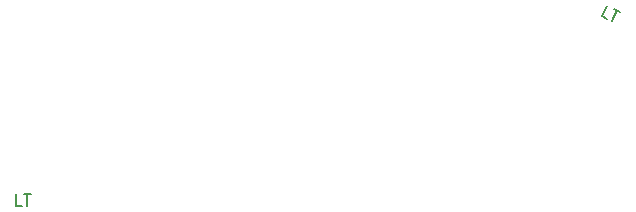
<source format=gto>
G04 #@! TF.GenerationSoftware,KiCad,Pcbnew,7.0.5*
G04 #@! TF.CreationDate,2023-07-24T08:34:16+08:00*
G04 #@! TF.ProjectId,LT,4c542e6b-6963-4616-945f-706362585858,rev?*
G04 #@! TF.SameCoordinates,Original*
G04 #@! TF.FileFunction,Legend,Top*
G04 #@! TF.FilePolarity,Positive*
%FSLAX46Y46*%
G04 Gerber Fmt 4.6, Leading zero omitted, Abs format (unit mm)*
G04 Created by KiCad (PCBNEW 7.0.5) date 2023-07-24 08:34:16*
%MOMM*%
%LPD*%
G01*
G04 APERTURE LIST*
G04 Aperture macros list*
%AMRoundRect*
0 Rectangle with rounded corners*
0 $1 Rounding radius*
0 $2 $3 $4 $5 $6 $7 $8 $9 X,Y pos of 4 corners*
0 Add a 4 corners polygon primitive as box body*
4,1,4,$2,$3,$4,$5,$6,$7,$8,$9,$2,$3,0*
0 Add four circle primitives for the rounded corners*
1,1,$1+$1,$2,$3*
1,1,$1+$1,$4,$5*
1,1,$1+$1,$6,$7*
1,1,$1+$1,$8,$9*
0 Add four rect primitives between the rounded corners*
20,1,$1+$1,$2,$3,$4,$5,0*
20,1,$1+$1,$4,$5,$6,$7,0*
20,1,$1+$1,$6,$7,$8,$9,0*
20,1,$1+$1,$8,$9,$2,$3,0*%
%AMHorizOval*
0 Thick line with rounded ends*
0 $1 width*
0 $2 $3 position (X,Y) of the first rounded end (center of the circle)*
0 $4 $5 position (X,Y) of the second rounded end (center of the circle)*
0 Add line between two ends*
20,1,$1,$2,$3,$4,$5,0*
0 Add two circle primitives to create the rounded ends*
1,1,$1,$2,$3*
1,1,$1,$4,$5*%
%AMOutline4P*
0 Free polygon, 4 corners , with rotation*
0 The origin of the aperture is its center*
0 number of corners: always 4*
0 $1 to $8 corner X, Y*
0 $9 Rotation angle, in degrees counterclockwise*
0 create outline with 4 corners*
4,1,4,$1,$2,$3,$4,$5,$6,$7,$8,$1,$2,$9*%
G04 Aperture macros list end*
%ADD10C,0.150000*%
%ADD11C,2.400000*%
%ADD12Outline4P,-1.200000X-1.200000X1.200000X-1.200000X1.200000X1.200000X-1.200000X1.200000X335.000000*%
%ADD13Outline4P,-1.300000X-1.200000X1.300000X-1.200000X1.300000X1.200000X-1.300000X1.200000X335.000000*%
%ADD14HorizOval,2.400000X-0.083193X0.543672X0.083193X-0.543672X0*%
%ADD15HorizOval,1.900000X0.135946X-0.063393X-0.135946X0.063393X0*%
%ADD16C,5.050000*%
%ADD17RoundRect,0.425000X-0.425000X0.425000X-0.425000X-0.425000X0.425000X-0.425000X0.425000X0.425000X0*%
%ADD18O,1.700000X1.700000*%
%ADD19C,3.500000*%
%ADD20O,2.200000X1.900000*%
%ADD21HorizOval,2.400000X-0.305164X0.457575X0.305164X-0.457575X0*%
%ADD22Outline4P,-1.300000X-1.200000X1.300000X-1.200000X1.300000X1.200000X-1.300000X1.200000X0.000000*%
%ADD23Outline4P,-1.200000X-1.200000X1.200000X-1.200000X1.200000X1.200000X-1.200000X1.200000X0.000000*%
G04 APERTURE END LIST*
D10*
X228283049Y-94592019D02*
X227851474Y-94390772D01*
X227851474Y-94390772D02*
X228274092Y-93484464D01*
X228878297Y-93766210D02*
X229396187Y-94007706D01*
X228714624Y-94793266D02*
X229137242Y-93886958D01*
X178748571Y-110454819D02*
X178272381Y-110454819D01*
X178272381Y-110454819D02*
X178272381Y-109454819D01*
X178939048Y-109454819D02*
X179510476Y-109454819D01*
X179224762Y-110454819D02*
X179224762Y-109454819D01*
%LPC*%
D11*
X242059866Y-103858820D03*
D12*
X240945107Y-103338999D03*
D11*
X235235927Y-112813921D03*
X239830349Y-102819179D03*
D13*
X234057726Y-112264518D03*
D11*
X232879526Y-111715114D03*
X232993392Y-102455701D03*
D14*
X229317200Y-108233400D03*
D15*
X240176405Y-108607775D03*
D16*
X235372974Y-106367898D03*
D15*
X230569543Y-104128021D03*
D17*
X226490000Y-90650000D03*
D18*
X223950000Y-90650000D03*
X221410000Y-90650000D03*
X218870000Y-90650000D03*
D19*
X181115000Y-101450000D03*
X224820000Y-101450000D03*
D20*
X188840000Y-101450000D03*
D16*
X194140000Y-101450000D03*
D20*
X199440000Y-101450000D03*
D21*
X189440000Y-105700000D03*
D11*
X190330000Y-98910000D03*
X194140000Y-107350000D03*
D22*
X195440000Y-107350000D03*
D11*
X196680000Y-96350000D03*
X196740000Y-107350000D03*
D23*
X197910000Y-96350000D03*
D11*
X199140000Y-96350000D03*
D20*
X207890000Y-101450000D03*
D16*
X213190000Y-101450000D03*
D20*
X218490000Y-101450000D03*
D21*
X208490000Y-105700000D03*
D11*
X209380000Y-98910000D03*
X213190000Y-107350000D03*
D22*
X214490000Y-107350000D03*
D11*
X215730000Y-96350000D03*
X215790000Y-107350000D03*
D23*
X216960000Y-96350000D03*
D11*
X218190000Y-96350000D03*
%LPD*%
M02*

</source>
